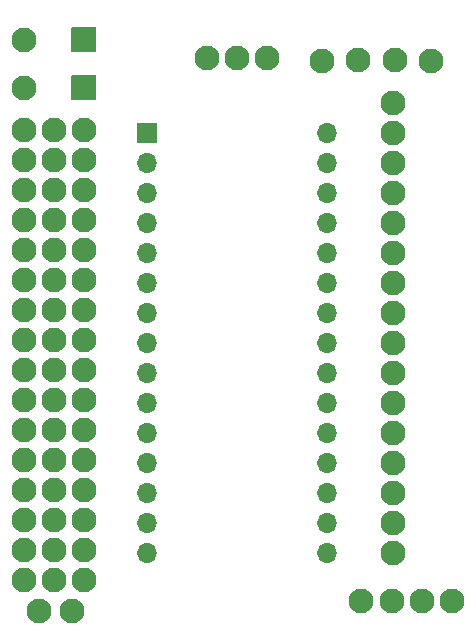
<source format=gbr>
%TF.GenerationSoftware,KiCad,Pcbnew,(5.1.9)-1*%
%TF.CreationDate,2023-02-19T18:33:08+01:00*%
%TF.ProjectId,NANO_Bot,4e414e4f-5f42-46f7-942e-6b696361645f,rev?*%
%TF.SameCoordinates,Original*%
%TF.FileFunction,Soldermask,Top*%
%TF.FilePolarity,Negative*%
%FSLAX46Y46*%
G04 Gerber Fmt 4.6, Leading zero omitted, Abs format (unit mm)*
G04 Created by KiCad (PCBNEW (5.1.9)-1) date 2023-02-19 18:33:08*
%MOMM*%
%LPD*%
G01*
G04 APERTURE LIST*
%ADD10C,2.100000*%
%ADD11O,1.700000X1.700000*%
G04 APERTURE END LIST*
D10*
%TO.C,SDA*%
X147790000Y-352298000D03*
%TD*%
%TO.C,SDA*%
X142670000Y-352298000D03*
%TD*%
%TO.C,MISO*%
X115580000Y-353210000D03*
%TD*%
%TO.C,MOSI*%
X112800000Y-353180000D03*
%TD*%
%TO.C,SDL*%
X145230000Y-352298000D03*
%TD*%
%TO.C,SDA*%
X140100000Y-352298000D03*
%TD*%
%TO.C,LP*%
X145950000Y-306580000D03*
%TD*%
%TO.C,LP*%
X142920000Y-306530000D03*
%TD*%
%TO.C,MISO*%
X139790000Y-306530000D03*
%TD*%
%TO.C,MOSI*%
X136770000Y-306580000D03*
%TD*%
%TO.C,S1*%
X132080000Y-306324000D03*
X129540000Y-306324000D03*
X127000000Y-306324000D03*
%TD*%
%TO.C,GND*%
G36*
G01*
X115536000Y-309864000D02*
X115536000Y-307864000D01*
G75*
G02*
X115586000Y-307814000I50000J0D01*
G01*
X117586000Y-307814000D01*
G75*
G02*
X117636000Y-307864000I0J-50000D01*
G01*
X117636000Y-309864000D01*
G75*
G02*
X117586000Y-309914000I-50000J0D01*
G01*
X115586000Y-309914000D01*
G75*
G02*
X115536000Y-309864000I0J50000D01*
G01*
G37*
X111506000Y-308864000D03*
%TD*%
%TO.C,A1*%
G36*
G01*
X121101001Y-313495001D02*
X121101001Y-311895001D01*
G75*
G02*
X121151001Y-311845001I50000J0D01*
G01*
X122751001Y-311845001D01*
G75*
G02*
X122801001Y-311895001I0J-50000D01*
G01*
X122801001Y-313495001D01*
G75*
G02*
X122751001Y-313545001I-50000J0D01*
G01*
X121151001Y-313545001D01*
G75*
G02*
X121101001Y-313495001I0J50000D01*
G01*
G37*
D11*
X137191001Y-345715001D03*
X121951001Y-315235001D03*
X137191001Y-343175001D03*
X121951001Y-317775001D03*
X137191001Y-340635001D03*
X121951001Y-320315001D03*
X137191001Y-338095001D03*
X121951001Y-322855001D03*
X137191001Y-335555001D03*
X121951001Y-325395001D03*
X137191001Y-333015001D03*
X121951001Y-327935001D03*
X137191001Y-330475001D03*
X121951001Y-330475001D03*
X137191001Y-327935001D03*
X121951001Y-333015001D03*
X137191001Y-325395001D03*
X121951001Y-335555001D03*
X137191001Y-322855001D03*
X121951001Y-338095001D03*
X137191001Y-320315001D03*
X121951001Y-340635001D03*
X137191001Y-317775001D03*
X121951001Y-343175001D03*
X137191001Y-315235001D03*
X121951001Y-345715001D03*
X137191001Y-312695001D03*
X121951001Y-348255001D03*
X137191001Y-348255001D03*
%TD*%
D10*
%TO.C,J1*%
X111506000Y-350520000D03*
X111506000Y-347980000D03*
X111506000Y-345440000D03*
X111506000Y-342900000D03*
X111506000Y-340360000D03*
X111506000Y-337820000D03*
X111506000Y-335280000D03*
X111506000Y-332740000D03*
X111506000Y-330200000D03*
X111506000Y-327660000D03*
X111506000Y-325120000D03*
X111506000Y-322580000D03*
X111506000Y-320040000D03*
X111506000Y-317500000D03*
X111506000Y-314960000D03*
X111506000Y-312420000D03*
%TD*%
%TO.C,J2*%
X114046000Y-350520000D03*
X114046000Y-347980000D03*
X114046000Y-345440000D03*
X114046000Y-342900000D03*
X114046000Y-340360000D03*
X114046000Y-337820000D03*
X114046000Y-335280000D03*
X114046000Y-332740000D03*
X114046000Y-330200000D03*
X114046000Y-327660000D03*
X114046000Y-325120000D03*
X114046000Y-322580000D03*
X114046000Y-320040000D03*
X114046000Y-317500000D03*
X114046000Y-314960000D03*
X114046000Y-312420000D03*
%TD*%
%TO.C,J3*%
X116650000Y-350530000D03*
X116650000Y-347990000D03*
X116650000Y-345450000D03*
X116650000Y-342910000D03*
X116650000Y-340370000D03*
X116650000Y-337830000D03*
X116650000Y-335290000D03*
X116650000Y-332750000D03*
X116650000Y-330210000D03*
X116650000Y-327670000D03*
X116650000Y-325130000D03*
X116650000Y-322590000D03*
X116650000Y-320050000D03*
X116650000Y-317510000D03*
X116650000Y-314970000D03*
X116650000Y-312430000D03*
%TD*%
%TO.C,J4*%
X142748000Y-348234000D03*
X142748000Y-345694000D03*
X142748000Y-343154000D03*
X142748000Y-340614000D03*
X142748000Y-338074000D03*
X142748000Y-335534000D03*
X142748000Y-332994000D03*
X142748000Y-330454000D03*
X142748000Y-327914000D03*
X142748000Y-325374000D03*
X142748000Y-322834000D03*
X142748000Y-320294000D03*
X142748000Y-317754000D03*
X142748000Y-315214000D03*
X142748000Y-312674000D03*
X142748000Y-310134000D03*
%TD*%
%TO.C,GND*%
X111506000Y-304800000D03*
G36*
G01*
X115536000Y-305800000D02*
X115536000Y-303800000D01*
G75*
G02*
X115586000Y-303750000I50000J0D01*
G01*
X117586000Y-303750000D01*
G75*
G02*
X117636000Y-303800000I0J-50000D01*
G01*
X117636000Y-305800000D01*
G75*
G02*
X117586000Y-305850000I-50000J0D01*
G01*
X115586000Y-305850000D01*
G75*
G02*
X115536000Y-305800000I0J50000D01*
G01*
G37*
%TD*%
M02*

</source>
